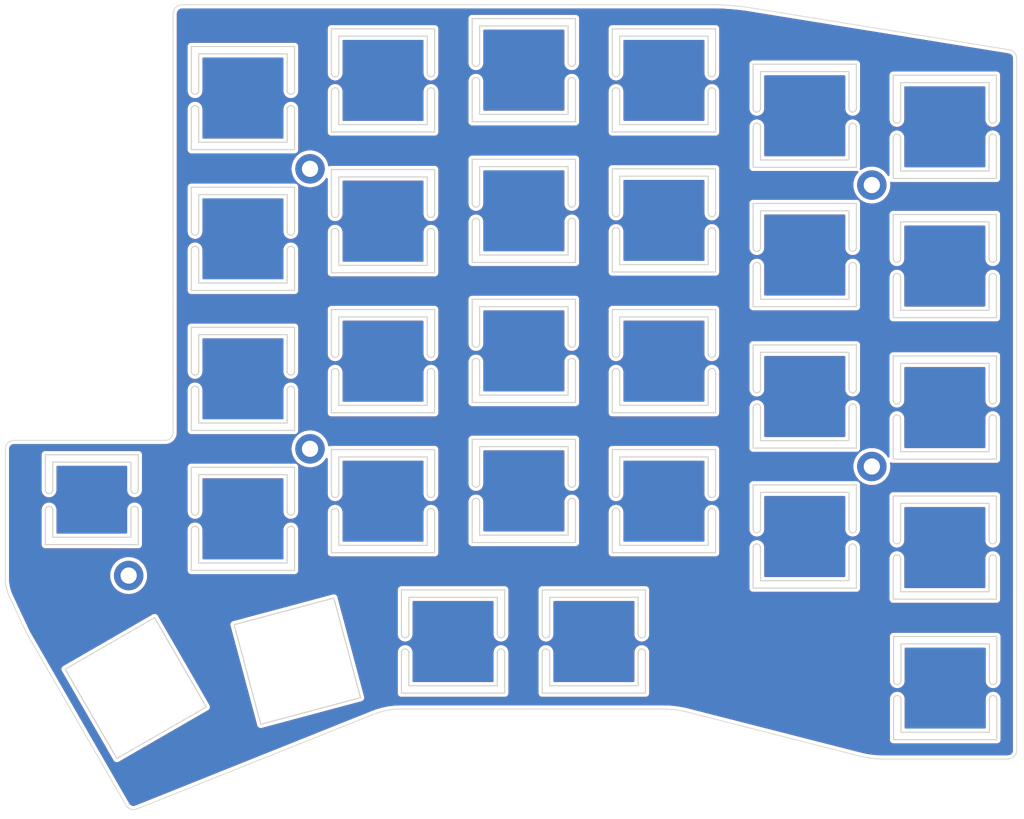
<source format=kicad_pcb>
(kicad_pcb (version 20211014) (generator pcbnew)
  (layers (0 "F.Cu" signal) (31 "B.Cu" signal) (34 "B.Paste" user) (35 "F.Paste" user) (36 "B.SilkS" user "B.Silkscreen") (37 "F.SilkS" user "F.Silkscreen") (38 "B.Mask" user) (39 "F.Mask" user) (44 "Edge.Cuts" user))
  (net 0 "")
  (footprint "" (layer "F.Cu") (at 205.30625 102.985716)
    (fp_text reference "" (at 0 0) (layer "F.SilkS") (effects (font (size 1.27 1.27))))
    (fp_text value "" (at 0 0) (layer "F.SilkS") (effects (font (size 1.27 1.27))))
    (pad "" thru_hole circle locked (at 0 0) (size 4 4) (drill 2.2) (layers *.Cu *.Mask "Dwgs.User"))
  )
  (footprint "" (layer "F.Cu") (at 205.30625 64.785716)
    (fp_text reference "" (at 0 0) (layer "F.SilkS") (effects (font (size 1.27 1.27))))
    (fp_text value "" (at 0 0) (layer "F.SilkS") (effects (font (size 1.27 1.27))))
    (pad "" thru_hole circle locked (at 0 0) (size 4 4) (drill 2.2) (layers *.Cu *.Mask "Dwgs.User"))
  )
  (footprint "" (layer "F.Cu") (at 129.10625 62.585716)
    (fp_text reference "" (at 0 0) (layer "F.SilkS") (effects (font (size 1.27 1.27))))
    (fp_text value "" (at 0 0) (layer "F.SilkS") (effects (font (size 1.27 1.27))))
    (pad "" thru_hole circle locked (at 0 0) (size 4 4) (drill 2.2) (layers *.Cu *.Mask "Dwgs.User"))
  )
  (footprint "" (layer "F.Cu") (at 129.10625 100.585716)
    (fp_text reference "" (at 0 0) (layer "F.SilkS") (effects (font (size 1.27 1.27))))
    (fp_text value "" (at 0 0) (layer "F.SilkS") (effects (font (size 1.27 1.27))))
    (pad "" thru_hole circle locked (at 0 0) (size 4 4) (drill 2.2) (layers *.Cu *.Mask "Dwgs.User"))
  )
  (footprint "" (layer "F.Cu") (at 104.50625 117.785716)
    (fp_text reference "" (at 0 0) (layer "F.SilkS") (effects (font (size 1.27 1.27))))
    (fp_text value "" (at 0 0) (layer "F.SilkS") (effects (font (size 1.27 1.27))))
    (pad "" thru_hole circle locked (at 0 0) (size 4 4) (drill 2.2) (layers *.Cu *.Mask "Dwgs.User"))
  )
  (gr_line (start 104.27732 149.154046) (end 104.155636 148.981646) (layer "Edge.Cuts") (width 0.1))
  (gr_line (start 132.00625 100.685716) (end 146.00625 100.685716) (layer "Edge.Cuts") (width 0.15))
  (gr_line (start 88.12071 99.770721) (end 88.291409 99.630085) (layer "Edge.Cuts") (width 0.1))
  (gr_arc (start 132.00625 90.185716) (mid 132.50625 89.685716) (end 133.00625 90.185716) (layer "Edge.Cuts") (width 0.15))
  (gr_line (start 223.63585 142.685716) (end 223.40725 142.685716) (layer "Edge.Cuts") (width 0.1))
  (gr_line (start 188.416671 40.665492) (end 223.981691 46.430862) (layer "Edge.Cuts") (width 0.1))
  (gr_line (start 114.00625 111.585716) (end 114.00625 116.085716) (layer "Edge.Cuts") (width 0.15))
  (gr_line (start 165.10625 88.795716) (end 165.10625 94.295716) (layer "Edge.Cuts") (width 0.15))
  (gr_line (start 222.20625 77.285716) (end 222.20625 82.785716) (layer "Edge.Cuts") (width 0.15))
  (gr_arc (start 209.25385 132.059117) (mid 208.75385 132.559117) (end 208.25385 132.059117) (layer "Edge.Cuts") (width 0.15))
  (gr_line (start 132.00625 68.685716) (end 132.00625 62.685716) (layer "Edge.Cuts") (width 0.15))
  (gr_line (start 127.00625 65.085716) (end 127.00625 71.085716) (layer "Edge.Cuts") (width 0.15))
  (gr_line (start 184.10625 52.085716) (end 184.10625 57.585716) (layer "Edge.Cuts") (width 0.15))
  (gr_line (start 222.20625 49.885716) (end 222.20625 55.885716) (layer "Edge.Cuts") (width 0.15))
  (gr_line (start 171.10625 94.685716) (end 183.10625 94.685716) (layer "Edge.Cuts") (width 0.15))
  (gr_line (start 146.00625 100.685716) (end 146.00625 106.685716) (layer "Edge.Cuts") (width 0.15))
  (gr_line (start 114.00625 85.085716) (end 126.00625 85.085716) (layer "Edge.Cuts") (width 0.15))
  (gr_line (start 146.00625 62.685716) (end 146.00625 68.685716) (layer "Edge.Cuts") (width 0.15))
  (gr_line (start 152.10625 50.695716) (end 152.10625 55.195716) (layer "Edge.Cuts") (width 0.15))
  (gr_line (start 133.00625 63.685716) (end 145.00625 63.685716) (layer "Edge.Cuts") (width 0.15))
  (gr_line (start 171.10625 56.585716) (end 183.10625 56.585716) (layer "Edge.Cuts") (width 0.15))
  (gr_line (start 126.00625 104.085716) (end 126.00625 109.085716) (layer "Edge.Cuts") (width 0.15))
  (gr_line (start 170.10625 57.585716) (end 170.10625 52.085716) (layer "Edge.Cuts") (width 0.15))
  (gr_arc (start 114.00625 51.985716) (mid 113.50625 52.485716) (end 113.00625 51.985716) (layer "Edge.Cuts") (width 0.15))
  (gr_line (start 222.20625 63.885716) (end 208.20625 63.885716) (layer "Edge.Cuts") (width 0.15))
  (gr_line (start 171.10625 87.685716) (end 171.10625 82.685716) (layer "Edge.Cuts") (width 0.15))
  (gr_line (start 190.20625 99.485716) (end 202.20625 99.485716) (layer "Edge.Cuts") (width 0.15))
  (gr_line (start 152.10625 43.195716) (end 164.10625 43.195716) (layer "Edge.Cuts") (width 0.15))
  (gr_line (start 110.508949 98.568875) (end 110.529799 98.358113) (layer "Edge.Cuts") (width 0.1))
  (gr_line (start 203.20625 67.285716) (end 203.20625 73.285716) (layer "Edge.Cuts") (width 0.15))
  (gr_arc (start 141.50625 128.235716) (mid 142.00625 127.735716) (end 142.50625 128.235716) (layer "Edge.Cuts") (width 0.15))
  (gr_line (start 127.00625 79.085716) (end 113.00625 79.085716) (layer "Edge.Cuts") (width 0.15))
  (gr_line (start 110.626999 41.066564) (end 110.74104 40.856459) (layer "Edge.Cuts") (width 0.1))
  (gr_line (start 113.00625 51.985716) (end 113.00625 45.985716) (layer "Edge.Cuts") (width 0.15))
  (gr_arc (start 183.10625 109.185716) (mid 183.60625 108.685716) (end 184.10625 109.185716) (layer "Edge.Cuts") (width 0.15))
  (gr_line (start 88.20635 120.354829) (end 88.094577 120.054585) (layer "Edge.Cuts") (width 0.1))
  (gr_line (start 133.00625 56.585716) (end 145.00625 56.585716) (layer "Edge.Cuts") (width 0.15))
  (gr_line (start 138.58139 136.315597) (end 138.11748 136.463817) (layer "Edge.Cuts") (width 0.1))
  (gr_line (start 223.981691 46.430862) (end 224.183361 46.482492) (layer "Edge.Cuts") (width 0.1))
  (gr_poly (pts (xy 118.813036 124.455969) (xy 132.331554 120.833693) (xy 135.95383 134.352211) (xy 122.435312 137.974487)) (layer "Edge.Cuts") (width 0.15) (fill none))
  (gr_line (start 209.25385 132.059117) (end 209.25385 127.059117) (layer "Edge.Cuts") (width 0.15))
  (gr_line (start 209.20625 88.985716) (end 221.20625 88.985716) (layer "Edge.Cuts") (width 0.15))
  (gr_line (start 152.10625 55.195716) (end 164.10625 55.195716) (layer "Edge.Cuts") (width 0.15))
  (gr_line (start 146.00625 71.185716) (end 146.00625 76.685716) (layer "Edge.Cuts") (width 0.15))
  (gr_line (start 127.00625 73.585716) (end 127.00625 79.085716) (layer "Edge.Cuts") (width 0.15))
  (gr_line (start 209.25385 127.059117) (end 221.25385 127.059117) (layer "Edge.Cuts") (width 0.15))
  (gr_line (start 164.10625 74.285716) (end 164.10625 69.785716) (layer "Edge.Cuts") (width 0.15))
  (gr_line (start 138.11748 136.463817) (end 137.660378 136.634267) (layer "Edge.Cuts") (width 0.1))
  (gr_line (start 209.20625 62.885716) (end 221.20625 62.885716) (layer "Edge.Cuts") (width 0.15))
  (gr_line (start 145.00625 56.585716) (end 145.00625 52.085716) (layer "Edge.Cuts") (width 0.15))
  (gr_line (start 160.60625 119.735716) (end 174.60625 119.735716) (layer "Edge.Cuts") (width 0.15))
  (gr_line (start 202.20625 68.285716) (end 202.20625 73.285716) (layer "Edge.Cuts") (width 0.15))
  (gr_line (start 222.20625 120.985716) (end 208.20625 120.985716) (layer "Edge.Cuts") (width 0.15))
  (gr_arc (start 165.10625 67.285716) (mid 164.60625 67.785716) (end 164.10625 67.285716) (layer "Edge.Cuts") (width 0.15))
  (gr_line (start 222.20625 96.485716) (end 222.20625 101.985716) (layer "Edge.Cuts") (width 0.15))
  (gr_line (start 202.20625 61.385716) (end 202.20625 56.885716) (layer "Edge.Cuts") (width 0.15))
  (gr_line (start 221.20625 100.985716) (end 221.20625 96.485716) (layer "Edge.Cuts") (width 0.15))
  (gr_line (start 190.20625 49.385716) (end 202.20625 49.385716) (layer "Edge.Cuts") (width 0.15))
  (gr_line (start 222.25385 126.059117) (end 222.25385 132.059117) (layer "Edge.Cuts") (width 0.15))
  (gr_line (start 189.20625 48.385716) (end 203.20625 48.385716) (layer "Edge.Cuts") (width 0.15))
  (gr_line (start 171.10625 44.585716) (end 183.10625 44.585716) (layer "Edge.Cuts") (width 0.15))
  (gr_line (start 145.00625 113.685716) (end 145.00625 109.185716) (layer "Edge.Cuts") (width 0.15))
  (gr_line (start 171.10625 82.685716) (end 183.10625 82.685716) (layer "Edge.Cuts") (width 0.15))
  (gr_arc (start 127.00625 51.985716) (mid 126.50625 52.485716) (end 126.00625 51.985716) (layer "Edge.Cuts") (width 0.15))
  (gr_line (start 164.10625 81.295716) (end 164.10625 86.295716) (layer "Edge.Cuts") (width 0.15))
  (gr_line (start 132.00625 76.685716) (end 132.00625 71.185716) (layer "Edge.Cuts") (width 0.15))
  (gr_line (start 145.00625 82.685716) (end 145.00625 87.685716) (layer "Edge.Cuts") (width 0.15))
  (gr_arc (start 132.00625 109.185716) (mid 132.50625 108.685716) (end 133.00625 109.185716) (layer "Edge.Cuts") (width 0.15))
  (gr_line (start 87.782103 100.58542) (end 87.805867 100.353166) (layer "Edge.Cuts") (width 0.1))
  (gr_line (start 155.50625 128.235716) (end 155.50625 133.735716) (layer "Edge.Cuts") (width 0.15))
  (gr_line (start 127.00625 98.085716) (end 113.00625 98.085716) (layer "Edge.Cuts") (width 0.15))
  (gr_arc (start 113.00625 111.585716) (mid 113.50625 111.085716) (end 114.00625 111.585716) (layer "Edge.Cuts") (width 0.15))
  (gr_line (start 139.051298 136.189737) (end 138.58139 136.315597) (layer "Edge.Cuts") (width 0.1))
  (gr_line (start 133.00625 106.685716) (end 133.00625 101.685716) (layer "Edge.Cuts") (width 0.15))
  (gr_line (start 87.805867 100.353166) (end 87.873309 100.136884) (layer "Edge.Cuts") (width 0.1))
  (gr_line (start 203.20625 105.485716) (end 203.20625 111.485716) (layer "Edge.Cuts") (width 0.15))
  (gr_line (start 113.00625 84.085716) (end 127.00625 84.085716) (layer "Edge.Cuts") (width 0.15))
  (gr_line (start 170.10625 81.685716) (end 184.10625 81.685716) (layer "Edge.Cuts") (width 0.15))
  (gr_arc (start 114.00625 109.085716) (mid 113.50625 109.585716) (end 113.00625 109.085716) (layer "Edge.Cuts") (width 0.15))
  (gr_arc (start 152.10625 48.195716) (mid 151.60625 48.695716) (end 151.10625 48.195716) (layer "Edge.Cuts") (width 0.15))
  (gr_poly (pts (xy 95.904072 130.493538) (xy 108.024444 123.495838) (xy 115.022143 135.61621) (xy 102.901772 142.61391)) (layer "Edge.Cuts") (width 0.15) (fill none))
  (gr_line (start 170.10625 114.685716) (end 170.10625 109.185716) (layer "Edge.Cuts") (width 0.15))
  (gr_line (start 165.10625 56.195716) (end 151.10625 56.195716) (layer "Edge.Cuts") (width 0.15))
  (gr_line (start 113.00625 109.085716) (end 113.00625 103.085716) (layer "Edge.Cuts") (width 0.15))
  (gr_line (start 170.10625 68.585716) (end 170.10625 62.585716) (layer "Edge.Cuts") (width 0.15))
  (gr_line (start 110.349139 98.954696) (end 110.447949 98.769616) (layer "Edge.Cuts") (width 0.1))
  (gr_line (start 209.20625 107.985716) (end 221.20625 107.985716) (layer "Edge.Cuts") (width 0.15))
  (gr_line (start 109.454494 99.433418) (end 109.665256 99.412568) (layer "Edge.Cuts") (width 0.1))
  (gr_arc (start 222.20625 55.885716) (mid 221.70625 56.385716) (end 221.20625 55.885716) (layer "Edge.Cuts") (width 0.15))
  (gr_line (start 94.20625 106.148216) (end 94.20625 102.385716) (layer "Edge.Cuts") (width 0.15))
  (gr_arc (start 189.20625 113.985716) (mid 189.70625 113.485716) (end 190.20625 113.985716) (layer "Edge.Cuts") (width 0.15))
  (gr_line (start 133.00625 82.685716) (end 145.00625 82.685716) (layer "Edge.Cuts") (width 0.15))
  (gr_line (start 224.930131 141.738282) (end 224.869731 141.944551) (layer "Edge.Cuts") (width 0.1))
  (gr_line (start 209.20625 74.785716) (end 209.20625 69.785716) (layer "Edge.Cuts") (width 0.15))
  (gr_line (start 184.017057 40.311201) (end 185.050631 40.339041) (layer "Edge.Cuts") (width 0.1))
  (gr_line (start 190.20625 106.485716) (end 202.20625 106.485716) (layer "Edge.Cuts") (width 0.15))
  (gr_line (start 152.10625 62.285716) (end 164.10625 62.285716) (layer "Edge.Cuts") (width 0.15))
  (gr_arc (start 190.20625 92.485716) (mid 189.70625 92.985716) (end 189.20625 92.485716) (layer "Edge.Cuts") (width 0.15))
  (gr_arc (start 146.00625 87.685716) (mid 145.50625 88.185716) (end 145.00625 87.685716) (layer "Edge.Cuts") (width 0.15))
  (gr_line (start 104.80625 112.585716) (end 104.80625 108.879466) (layer "Edge.Cuts") (width 0.15))
  (gr_line (start 165.10625 42.195716) (end 165.10625 48.195716) (layer "Edge.Cuts") (width 0.15))
  (gr_line (start 110.447949 98.769616) (end 110.508949 98.568875) (layer "Edge.Cuts") (width 0.1))
  (gr_line (start 171.10625 113.685716) (end 183.10625 113.685716) (layer "Edge.Cuts") (width 0.15))
  (gr_line (start 152.10625 67.285716) (end 152.10625 62.285716) (layer "Edge.Cuts") (width 0.15))
  (gr_arc (start 202.20625 56.885716) (mid 202.70625 56.385716) (end 203.20625 56.885716) (layer "Edge.Cuts") (width 0.15))
  (gr_line (start 173.60625 132.735716) (end 173.60625 128.235716) (layer "Edge.Cuts") (width 0.15))
  (gr_arc (start 142.50625 125.735716) (mid 142.00625 126.235716) (end 141.50625 125.735716) (layer "Edge.Cuts") (width 0.15))
  (gr_arc (start 189.20625 94.985716) (mid 189.70625 94.485716) (end 190.20625 94.985716) (layer "Edge.Cuts") (width 0.15))
  (gr_line (start 88.334729 120.649146) (end 88.20635 120.354829) (layer "Edge.Cuts") (width 0.1))
  (gr_line (start 133.00625 44.585716) (end 145.00625 44.585716) (layer "Edge.Cuts") (width 0.15))
  (gr_line (start 179.749241 136.189428) (end 179.283569 136.101728) (layer "Edge.Cuts") (width 0.1))
  (gr_line (start 222.20625 106.985716) (end 222.20625 112.985716) (layer "Edge.Cuts") (width 0.15))
  (gr_line (start 161.60625 120.735716) (end 173.60625 120.735716) (layer "Edge.Cuts") (width 0.15))
  (gr_line (start 152.10625 105.295716) (end 152.10625 100.295716) (layer "Edge.Cuts") (width 0.15))
  (gr_line (start 126.00625 78.085716) (end 126.00625 73.585716) (layer "Edge.Cuts") (width 0.15))
  (gr_line (start 164.10625 112.295716) (end 164.10625 107.795716) (layer "Edge.Cuts") (width 0.15))
  (gr_line (start 126.00625 66.085716) (end 126.00625 71.085716) (layer "Edge.Cuts") (width 0.15))
  (gr_arc (start 209.20625 55.885716) (mid 208.70625 56.385716) (end 208.20625 55.885716) (layer "Edge.Cuts") (width 0.15))
  (gr_line (start 111.517418 40.336251) (end 111.766697 40.311121) (layer "Edge.Cuts") (width 0.1))
  (gr_line (start 133.00625 113.685716) (end 145.00625 113.685716) (layer "Edge.Cuts") (width 0.15))
  (gr_line (start 137.660378 136.634267) (end 105.581452 149.475196) (layer "Edge.Cuts") (width 0.1))
  (gr_arc (start 222.20625 74.785716) (mid 221.70625 75.285716) (end 221.20625 74.785716) (layer "Edge.Cuts") (width 0.15))
  (gr_arc (start 126.00625 92.585716) (mid 126.50625 92.085716) (end 127.00625 92.585716) (layer "Edge.Cuts") (width 0.15))
  (gr_arc (start 161.60625 125.735716) (mid 161.10625 126.235716) (end 160.60625 125.735716) (layer "Edge.Cuts") (width 0.15))
  (gr_line (start 114.00625 90.085716) (end 114.00625 85.085716) (layer "Edge.Cuts") (width 0.15))
  (gr_line (start 223.40725 142.685716) (end 206.70675 142.685716) (layer "Edge.Cuts") (width 0.1))
  (gr_line (start 208.20625 120.985716) (end 208.20625 115.485716) (layer "Edge.Cuts") (width 0.15))
  (gr_line (start 88.487268 99.523908) (end 88.703658 99.456808) (layer "Edge.Cuts") (width 0.1))
  (gr_line (start 152.10625 86.295716) (end 152.10625 81.295716) (layer "Edge.Cuts") (width 0.15))
  (gr_line (start 190.20625 54.385716) (end 190.20625 49.385716) (layer "Edge.Cuts") (width 0.15))
  (gr_line (start 203.20625 56.885716) (end 203.20625 62.385716) (layer "Edge.Cuts") (width 0.15))
  (gr_line (start 110.051077 99.252758) (end 110.214853 99.118472) (layer "Edge.Cuts") (width 0.1))
  (gr_line (start 208.25385 126.059117) (end 222.25385 126.059117) (layer "Edge.Cuts") (width 0.15))
  (gr_arc (start 164.10625 88.795716) (mid 164.60625 88.295716) (end 165.10625 88.795716) (layer "Edge.Cuts") (width 0.15))
  (gr_line (start 132.00625 106.685716) (end 132.00625 100.685716) (layer "Edge.Cuts") (width 0.15))
  (gr_line (start 208.20625 101.985716) (end 208.20625 96.485716) (layer "Edge.Cuts") (width 0.15))
  (gr_arc (start 127.00625 109.085716) (mid 126.50625 109.585716) (end 126.00625 109.085716) (layer "Edge.Cuts") (width 0.15))
  (gr_line (start 105.174558 149.557696) (end 104.972098 149.543396) (layer "Edge.Cuts") (width 0.1))
  (gr_line (start 151.10625 99.295716) (end 165.10625 99.295716) (layer "Edge.Cuts") (width 0.15))
  (gr_line (start 190.20625 75.785716) (end 190.20625 80.285716) (layer "Edge.Cuts") (width 0.15))
  (gr_line (start 105.379226 149.535496) (end 105.174558 149.557696) (layer "Edge.Cuts") (width 0.1))
  (gr_line (start 110.529799 41.548022) (end 110.554929 41.298743) (layer "Edge.Cuts") (width 0.1))
  (gr_line (start 203.515701 142.252116) (end 180.671259 136.412196) (layer "Edge.Cuts") (width 0.1))
  (gr_line (start 161.60625 128.235716) (end 161.60625 132.735716) (layer "Edge.Cuts") (width 0.15))
  (gr_arc (start 133.00625 87.685716) (mid 132.50625 88.185716) (end 132.00625 87.685716) (layer "Edge.Cuts") (width 0.15))
  (gr_line (start 93.20625 101.385716) (end 105.80625 101.385716) (layer "Edge.Cuts") (width 0.15))
  (gr_line (start 203.20625 94.985716) (end 203.20625 100.485716) (layer "Edge.Cuts") (width 0.15))
  (gr_line (start 151.10625 56.195716) (end 151.10625 50.695716) (layer "Edge.Cuts") (width 0.15))
  (gr_line (start 164.10625 93.295716) (end 164.10625 88.795716) (layer "Edge.Cuts") (width 0.15))
  (gr_line (start 132.00625 81.685716) (end 146.00625 81.685716) (layer "Edge.Cuts") (width 0.15))
  (gr_line (start 203.20625 81.285716) (end 189.20625 81.285716) (layer "Edge.Cuts") (width 0.15))
  (gr_line (start 113.00625 45.985716) (end 127.00625 45.985716) (layer "Edge.Cuts") (width 0.15))
  (gr_line (start 221.20625 119.985716) (end 221.20625 115.485716) (layer "Edge.Cuts") (width 0.15))
  (gr_arc (start 171.10625 87.685716) (mid 170.60625 88.185716) (end 170.10625 87.685716) (layer "Edge.Cuts") (width 0.15))
  (gr_line (start 133.00625 49.585716) (end 133.00625 44.585716) (layer "Edge.Cuts") (width 0.15))
  (gr_line (start 184.10625 109.185716) (end 184.10625 114.685716) (layer "Edge.Cuts") (width 0.15))
  (gr_arc (start 203.20625 111.485716) (mid 202.70625 111.985716) (end 202.20625 111.485716) (layer "Edge.Cuts") (width 0.15))
  (gr_line (start 132.00625 57.585716) (end 132.00625 52.085716) (layer "Edge.Cuts") (width 0.15))
  (gr_line (start 127.00625 59.985716) (end 113.00625 59.985716) (layer "Edge.Cuts") (width 0.15))
  (gr_line (start 104.972098 149.543396) (end 104.776496 149.494296) (layer "Edge.Cuts") (width 0.1))
  (gr_arc (start 170.10625 109.185716) (mid 170.60625 108.685716) (end 171.10625 109.185716) (layer "Edge.Cuts") (width 0.15))
  (gr_arc (start 145.00625 71.185716) (mid 145.50625 70.685716) (end 146.00625 71.185716) (layer "Edge.Cuts") (width 0.15))
  (gr_line (start 126.00625 46.985716) (end 126.00625 51.985716) (layer "Edge.Cuts") (width 0.15))
  (gr_line (start 190.20625 111.485716) (end 190.20625 106.485716) (layer "Edge.Cuts") (width 0.15))
  (gr_line (start 113.00625 59.985716) (end 113.00625 54.485716) (layer "Edge.Cuts") (width 0.15))
  (gr_line (start 222.25385 134.559117) (end 222.25385 140.059117) (layer "Edge.Cuts") (width 0.15))
  (gr_line (start 165.10625 80.295716) (end 165.10625 86.295716) (layer "Edge.Cuts") (width 0.15))
  (gr_line (start 165.10625 113.295716) (end 151.10625 113.295716) (layer "Edge.Cuts") (width 0.15))
  (gr_arc (start 221.20625 115.485716) (mid 221.70625 114.985716) (end 222.20625 115.485716) (layer "Edge.Cuts") (width 0.15))
  (gr_line (start 109.865997 99.351568) (end 110.051077 99.252758) (layer "Edge.Cuts") (width 0.1))
  (gr_line (start 187.391981 40.527586) (end 188.416671 40.665492) (layer "Edge.Cuts") (width 0.1))
  (gr_line (start 146.00625 109.185716) (end 146.00625 114.685716) (layer "Edge.Cuts") (width 0.15))
  (gr_line (start 189.20625 54.385716) (end 189.20625 48.385716) (layer "Edge.Cuts") (width 0.15))
  (gr_line (start 209.20625 119.985716) (end 221.20625 119.985716) (layer "Edge.Cuts") (width 0.15))
  (gr_line (start 190.20625 94.985716) (end 190.20625 99.485716) (layer "Edge.Cuts") (width 0.15))
  (gr_line (start 151.10625 86.295716) (end 151.10625 80.295716) (layer "Edge.Cuts") (width 0.15))
  (gr_line (start 151.10625 42.195716) (end 165.10625 42.195716) (layer "Edge.Cuts") (width 0.15))
  (gr_line (start 139.526391 136.086418) (end 139.051298 136.189737) (layer "Edge.Cuts") (width 0.1))
  (gr_line (start 114.00625 58.985716) (end 126.00625 58.985716) (layer "Edge.Cuts") (width 0.15))
  (gr_line (start 221.25385 139.059117) (end 221.25385 134.559117) (layer "Edge.Cuts") (width 0.15))
  (gr_line (start 109.665256 99.412568) (end 109.865997 99.351568) (layer "Edge.Cuts") (width 0.1))
  (gr_line (start 142.50625 132.735716) (end 154.50625 132.735716) (layer "Edge.Cuts") (width 0.15))
  (gr_line (start 184.10625 114.685716) (end 170.10625 114.685716) (layer "Edge.Cuts") (width 0.15))
  (gr_line (start 140.005856 136.005818) (end 139.526391 136.086418) (layer "Edge.Cuts") (width 0.1))
  (gr_line (start 165.10625 94.295716) (end 151.10625 94.295716) (layer "Edge.Cuts") (width 0.15))
  (gr_line (start 93.20625 113.585716) (end 93.20625 108.879466) (layer "Edge.Cuts") (width 0.15))
  (gr_arc (start 189.20625 75.785716) (mid 189.70625 75.285716) (end 190.20625 75.785716) (layer "Edge.Cuts") (width 0.15))
  (gr_arc (start 164.10625 50.695716) (mid 164.60625 50.195716) (end 165.10625 50.695716) (layer "Edge.Cuts") (width 0.15))
  (gr_line (start 113.00625 103.085716) (end 127.00625 103.085716) (layer "Edge.Cuts") (width 0.15))
  (gr_line (start 164.10625 100.295716) (end 164.10625 105.295716) (layer "Edge.Cuts") (width 0.15))
  (gr_line (start 146.00625 43.585716) (end 146.00625 49.585716) (layer "Edge.Cuts") (width 0.15))
  (gr_arc (start 184.10625 68.585716) (mid 183.60625 69.085716) (end 183.10625 68.585716) (layer "Edge.Cuts") (width 0.15))
  (gr_line (start 221.20625 107.985716) (end 221.20625 112.985716) (layer "Edge.Cuts") (width 0.15))
  (gr_line (start 224.876531 47.164388) (end 224.930631 47.360287) (layer "Edge.Cuts") (width 0.1))
  (gr_line (start 142.50625 128.235716) (end 142.50625 132.735716) (layer "Edge.Cuts") (width 0.15))
  (gr_line (start 104.155636 148.981646) (end 90.681185 125.639124) (layer "Edge.Cuts") (width 0.1))
  (gr_line (start 114.00625 51.985716) (end 114.00625 46.985716) (layer "Edge.Cuts") (width 0.15))
  (gr_arc (start 126.00625 54.485716) (mid 126.50625 53.985716) (end 127.00625 54.485716) (layer "Edge.Cuts") (width 0.15))
  (gr_line (start 160.60625 133.735716) (end 160.60625 128.235716) (layer "Edge.Cuts") (width 0.15))
  (gr_line (start 127.00625 54.485716) (end 127.00625 59.985716) (layer "Edge.Cuts") (width 0.15))
  (gr_line (start 151.10625 94.295716) (end 151.10625 88.795716) (layer "Edge.Cuts") (width 0.15))
  (gr_line (start 87.873309 100.136884) (end 87.9798 99.941195) (layer "Edge.Cuts") (width 0.1))
  (gr_line (start 170.10625 43.585716) (end 184.10625 43.585716) (layer "Edge.Cuts") (width 0.15))
  (gr_line (start 209.25385 139.059117) (end 221.25385 139.059117) (layer "Edge.Cuts") (width 0.15))
  (gr_arc (start 104.80625 108.879466) (mid 105.30625 108.379466) (end 105.80625 108.879466) (layer "Edge.Cuts") (width 0.15))
  (gr_line (start 208.20625 63.885716) (end 208.20625 58.385716) (layer "Edge.Cuts") (width 0.15))
  (gr_line (start 154.50625 120.735716) (end 154.50625 125.735716) (layer "Edge.Cuts") (width 0.15))
  (gr_line (start 160.60625 125.735716) (end 160.60625 119.735716) (layer "Edge.Cuts") (width 0.15))
  (gr_line (start 184.10625 76.585716) (end 170.10625 76.585716) (layer "Edge.Cuts") (width 0.15))
  (gr_line (start 190.20625 73.285716) (end 190.20625 68.285716) (layer "Edge.Cuts") (width 0.15))
  (gr_line (start 202.20625 80.285716) (end 202.20625 75.785716) (layer "Edge.Cuts") (width 0.15))
  (gr_line (start 94.20625 112.585716) (end 104.80625 112.585716) (layer "Edge.Cuts") (width 0.15))
  (gr_line (start 151.10625 105.295716) (end 151.10625 99.295716) (layer "Edge.Cuts") (width 0.15))
  (gr_arc (start 165.10625 48.195716) (mid 164.60625 48.695716) (end 164.10625 48.195716) (layer "Edge.Cuts") (width 0.15))
  (gr_line (start 171.10625 109.185716) (end 171.10625 113.685716) (layer "Edge.Cuts") (width 0.15))
  (gr_line (start 90.681185 125.639124) (end 90.636035 125.552624) (layer "Edge.Cuts") (width 0.1))
  (gr_arc (start 105.80625 106.148216) (mid 105.30625 106.648216) (end 104.80625 106.148216) (layer "Edge.Cuts") (width 0.15))
  (gr_line (start 87.921477 119.439145) (end 87.860467 119.12536) (layer "Edge.Cuts") (width 0.1))
  (gr_arc (start 171.10625 106.685716) (mid 170.60625 107.185716) (end 170.10625 106.685716) (layer "Edge.Cuts") (width 0.15))
  (gr_line (start 224.532871 46.681316) (end 224.674571 46.821298) (layer "Edge.Cuts") (width 0.1))
  (gr_line (start 190.20625 118.485716) (end 202.20625 118.485716) (layer "Edge.Cuts") (width 0.15))
  (gr_line (start 173.60625 120.735716) (end 173.60625 125.735716) (layer "Edge.Cuts") (width 0.15))
  (gr_arc (start 222.25385 132.059117) (mid 221.75385 132.559117) (end 221.25385 132.059117) (layer "Edge.Cuts") (width 0.15))
  (gr_line (start 204.30335 142.442416) (end 203.515701 142.252116) (layer "Edge.Cuts") (width 0.1))
  (gr_line (start 184.10625 90.185716) (end 184.10625 95.685716) (layer "Edge.Cuts") (width 0.15))
  (gr_line (start 171.10625 106.685716) (end 171.10625 101.685716) (layer "Edge.Cuts") (width 0.15))
  (gr_line (start 126.00625 58.985716) (end 126.00625 54.485716) (layer "Edge.Cuts") (width 0.15))
  (gr_line (start 180.671259 136.412196) (end 180.211939 136.292956) (layer "Edge.Cuts") (width 0.1))
  (gr_line (start 224.183361 46.482492) (end 224.368121 46.567182) (layer "Edge.Cuts") (width 0.1))
  (gr_line (start 184.10625 95.685716) (end 170.10625 95.685716) (layer "Edge.Cuts") (width 0.15))
  (gr_arc (start 113.00625 73.585716) (mid 113.50625 73.085716) (end 114.00625 73.585716) (layer "Edge.Cuts") (width 0.15))
  (gr_arc (start 221.20625 96.485716) (mid 221.70625 95.985716) (end 222.20625 96.485716) (layer "Edge.Cuts") (width 0.15))
  (gr_arc (start 164.10625 107.795716) (mid 164.60625 107.295716) (end 165.10625 107.795716) (layer "Edge.Cuts") (width 0.15))
  (gr_line (start 190.20625 68.285716) (end 202.20625 68.285716) (layer "Edge.Cuts") (width 0.15))
  (gr_line (start 171.10625 71.085716) (end 171.10625 75.585716) (layer "Edge.Cuts") (width 0.15))
  (gr_line (start 127.00625 111.585716) (end 127.00625 117.085716) (layer "Edge.Cuts") (width 0.15))
  (gr_line (start 146.00625 114.685716) (end 132.00625 114.685716) (layer "Edge.Cuts") (width 0.15))
  (gr_line (start 170.10625 95.685716) (end 170.10625 90.185716) (layer "Edge.Cuts") (width 0.15))
  (gr_line (start 146.00625 81.685716) (end 146.00625 87.685716) (layer "Edge.Cuts") (width 0.15))
  (gr_line (start 152.10625 74.285716) (end 164.10625 74.285716) (layer "Edge.Cuts") (width 0.15))
  (gr_line (start 203.20625 119.485716) (end 189.20625 119.485716) (layer "Edge.Cuts") (width 0.15))
  (gr_arc (start 208.20625 77.285716) (mid 208.70625 76.785716) (end 209.20625 77.285716) (layer "Edge.Cuts") (width 0.15))
  (gr_line (start 152.10625 93.295716) (end 164.10625 93.295716) (layer "Edge.Cuts") (width 0.15))
  (gr_line (start 224.108851 142.62862) (end 223.891441 142.66722) (layer "Edge.Cuts") (width 0.1))
  (gr_line (start 164.10625 43.195716) (end 164.10625 48.195716) (layer "Edge.Cuts") (width 0.15))
  (gr_line (start 152.10625 48.195716) (end 152.10625 43.195716) (layer "Edge.Cuts") (width 0.15))
  (gr_line (start 224.930631 47.360287) (end 224.949431 47.567618) (layer "Edge.Cuts") (width 0.1))
  (gr_line (start 151.10625 61.285716) (end 165.10625 61.285716) (layer "Edge.Cuts") (width 0.15))
  (gr_line (start 132.00625 87.685716) (end 132.00625 81.685716) (layer "Edge.Cuts") (width 0.15))
  (gr_line (start 224.869731 141.944551) (end 224.773731 142.133151) (layer "Edge.Cuts") (width 0.1))
  (gr_line (start 165.10625 75.285716) (end 151.10625 75.285716) (layer "Edge.Cuts") (width 0.15))
  (gr_arc (start 146.00625 49.585716) (mid 145.50625 50.085716) (end 145.00625 49.585716) (layer "Edge.Cuts") (width 0.15))
  (gr_line (start 133.00625 94.685716) (end 145.00625 94.685716) (layer "Edge.Cuts") (width 0.15))
  (gr_line (start 177.872753 135.933728) (end 177.399228 135.909628) (layer "Edge.Cuts") (width 0.1))
  (gr_arc (start 152.10625 105.295716) (mid 151.60625 105.795716) (end 151.10625 105.295716) (layer "Edge.Cuts") (width 0.15))
  (gr_line (start 105.80625 113.585716) (end 93.20625 113.585716) (layer "Edge.Cuts") (width 0.15))
  (gr_arc (start 170.10625 90.185716) (mid 170.60625 89.685716) (end 171.10625 90.185716) (layer "Edge.Cuts") (width 0.15))
  (gr_line (start 189.20625 111.485716) (end 189.20625 105.485716) (layer "Edge.Cuts") (width 0.15))
  (gr_line (start 222.20625 82.785716) (end 208.20625 82.785716) (layer "Edge.Cuts") (width 0.15))
  (gr_line (start 209.20625 55.885716) (end 209.20625 50.885716) (layer "Edge.Cuts") (width 0.15))
  (gr_arc (start 151.10625 88.795716) (mid 151.60625 88.295716) (end 152.10625 88.795716) (layer "Edge.Cuts") (width 0.15))
  (gr_line (start 145.00625 75.685716) (end 145.00625 71.185716) (layer "Edge.Cuts") (width 0.15))
  (gr_arc (start 154.50625 128.235716) (mid 155.00625 127.735716) (end 155.50625 128.235716) (layer "Edge.Cuts") (width 0.15))
  (gr_line (start 88.93595 99.433418) (end 109.454494 99.433418) (layer "Edge.Cuts") (width 0.1))
  (gr_line (start 152.10625 69.785716) (end 152.10625 74.285716) (layer "Edge.Cuts") (width 0.15))
  (gr_line (start 222.20625 87.985716) (end 222.20625 93.985716) (layer "Edge.Cuts") (width 0.15))
  (gr_arc (start 170.10625 71.085716) (mid 170.60625 70.585716) (end 171.10625 71.085716) (layer "Edge.Cuts") (width 0.15))
  (gr_line (start 185.050631 40.339041) (end 186.222781 40.414971) (layer "Edge.Cuts") (width 0.1))
  (gr_line (start 165.10625 99.295716) (end 165.10625 105.295716) (layer "Edge.Cuts") (width 0.15))
  (gr_arc (start 203.20625 54.385716) (mid 202.70625 54.885716) (end 202.20625 54.385716) (layer "Edge.Cuts") (width 0.15))
  (gr_line (start 203.20625 100.485716) (end 189.20625 100.485716) (layer "Edge.Cuts") (width 0.15))
  (gr_line (start 146.00625 95.685716) (end 132.00625 95.685716) (layer "Edge.Cuts") (width 0.15))
  (gr_line (start 113.00625 71.085716) (end 113.00625 65.085716) (layer "Edge.Cuts") (width 0.15))
  (gr_line (start 145.00625 101.685716) (end 145.00625 106.685716) (layer "Edge.Cuts") (width 0.15))
  (gr_line (start 174.60625 119.735716) (end 174.60625 125.735716) (layer "Edge.Cuts") (width 0.15))
  (gr_line (start 132.00625 95.685716) (end 132.00625 90.185716) (layer "Edge.Cuts") (width 0.15))
  (gr_line (start 171.10625 90.185716) (end 171.10625 94.685716) (layer "Edge.Cuts") (width 0.15))
  (gr_line (start 171.10625 75.585716) (end 183.10625 75.585716) (layer "Edge.Cuts") (width 0.15))
  (gr_line (start 133.00625 71.185716) (end 133.00625 75.685716) (layer "Edge.Cuts") (width 0.15))
  (gr_line (start 190.20625 113.985716) (end 190.20625 118.485716) (layer "Edge.Cuts") (width 0.15))
  (gr_line (start 209.20625 69.785716) (end 221.20625 69.785716) (layer "Edge.Cuts") (width 0.15))
  (gr_arc (start 133.00625 106.685716) (mid 132.50625 107.185716) (end 132.00625 106.685716) (layer "Edge.Cuts") (width 0.15))
  (gr_line (start 209.20625 112.985716) (end 209.20625 107.985716) (layer "Edge.Cuts") (width 0.15))
  (gr_arc (start 183.10625 90.185716) (mid 183.60625 89.685716) (end 184.10625 90.185716) (layer "Edge.Cuts") (width 0.15))
  (gr_line (start 190.20625 87.485716) (end 202.20625 87.485716) (layer "Edge.Cuts") (width 0.15))
  (gr_arc (start 170.10625 52.085716) (mid 170.60625 51.585716) (end 171.10625 52.085716) (layer "Edge.Cuts") (width 0.15))
  (gr_line (start 165.10625 50.695716) (end 165.10625 56.195716) (layer "Edge.Cuts") (width 0.15))
  (gr_line (start 146.00625 57.585716) (end 132.00625 57.585716) (layer "Edge.Cuts") (width 0.15))
  (gr_line (start 87.860467 119.12536) (end 87.816687 118.808474) (layer "Edge.Cuts") (width 0.1))
  (gr_line (start 202.20625 118.485716) (end 202.20625 113.985716) (layer "Edge.Cuts") (width 0.15))
  (gr_line (start 209.20625 115.485716) (end 209.20625 119.985716) (layer "Edge.Cuts") (width 0.15))
  (gr_line (start 222.20625 68.785716) (end 222.20625 74.785716) (layer "Edge.Cuts") (width 0.15))
  (gr_line (start 208.20625 68.785716) (end 222.20625 68.785716) (layer "Edge.Cuts") (width 0.15))
  (gr_line (start 171.10625 52.085716) (end 171.10625 56.585716) (layer "Edge.Cuts") (width 0.15))
  (gr_line (start 208.20625 112.985716) (end 208.20625 106.985716) (layer "Edge.Cuts") (width 0.15))
  (gr_arc (start 160.60625 128.235716) (mid 161.10625 127.735716) (end 161.60625 128.235716) (layer "Edge.Cuts") (width 0.15))
  (gr_line (start 126.00625 85.085716) (end 126.00625 90.085716) (layer "Edge.Cuts") (width 0.15))
  (gr_line (start 189.20625 73.285716) (end 189.20625 67.285716) (layer "Edge.Cuts") (width 0.15))
  (gr_line (start 133.00625 90.185716) (end 133.00625 94.685716) (layer "Edge.Cuts") (width 0.15))
  (gr_line (start 170.10625 76.585716) (end 170.10625 71.085716) (layer "Edge.Cuts") (width 0.15))
  (gr_line (start 132.00625 114.685716) (end 132.00625 109.185716) (layer "Edge.Cuts") (width 0.15))
  (gr_arc (start 132.00625 71.185716) (mid 132.50625 70.685716) (end 133.00625 71.185716) (layer "Edge.Cuts") (width 0.15))
  (gr_line (start 113.00625 79.085716) (end 113.00625 73.585716) (layer "Edge.Cuts") (width 0.15))
  (gr_arc (start 221.25385 134.559117) (mid 221.75385 134.059117) (end 222.25385 134.559117) (layer "Edge.Cuts") (width 0.15))
  (gr_line (start 190.20625 92.485716) (end 190.20625 87.485716) (layer "Edge.Cuts") (width 0.15))
  (gr_line (start 224.645821 142.299971) (end 224.489841 142.440901) (layer "Edge.Cuts") (width 0.1))
  (gr_arc (start 93.20625 108.879466) (mid 93.70625 108.379466) (end 94.20625 108.879466) (layer "Edge.Cuts") (width 0.15))
  (gr_arc (start 165.10625 105.295716) (mid 164.60625 105.795716) (end 164.10625 105.295716) (layer "Edge.Cuts") (width 0.15))
  (gr_line (start 133.00625 52.085716) (end 133.00625 56.585716) (layer "Edge.Cuts") (width 0.15))
  (gr_line (start 88.094577 120.054585) (end 87.999567 119.749123) (layer "Edge.Cuts") (width 0.1))
  (gr_arc (start 190.20625 111.485716) (mid 189.70625 111.985716) (end 189.20625 111.485716) (layer "Edge.Cuts") (width 0.15))
  (gr_line (start 224.790131 46.983523) (end 224.876531 47.164388) (layer "Edge.Cuts") (width 0.1))
  (gr_arc (start 114.00625 90.085716) (mid 113.50625 90.585716) (end 113.00625 90.085716) (layer "Edge.Cuts") (width 0.15))
  (gr_line (start 114.00625 109.085716) (end 114.00625 104.085716) (layer "Edge.Cuts") (width 0.15))
  (gr_line (start 202.20625 106.485716) (end 202.20625 111.485716) (layer "Edge.Cuts") (width 0.15))
  (gr_line (start 127.00625 45.985716) (end 127.00625 51.985716) (layer "Edge.Cuts") (width 0.15))
  (gr_arc (start 184.10625 49.585716) (mid 183.60625 50.085716) (end 183.10625 49.585716) (layer "Edge.Cuts") (width 0.15))
  (gr_line (start 189.20625 81.285716) (end 189.20625 75.785716) (layer "Edge.Cuts") (width 0.15))
  (gr_arc (start 114.00625 71.085716) (mid 113.50625 71.585716) (end 113.00625 71.085716) (layer "Edge.Cuts") (width 0.15))
  (gr_line (start 222.25385 140.059117) (end 208.25385 140.059117) (layer "Edge.Cuts") (width 0.15))
  (gr_line (start 209.20625 96.485716) (end 209.20625 100.985716) (layer "Edge.Cuts") (width 0.15))
  (gr_line (start 87.790307 118.489188) (end 87.781507 118.168211) (layer "Edge.Cuts") (width 0.1))
  (gr_line (start 140.974652 135.913218) (end 140.488879 135.948018) (layer "Edge.Cuts") (width 0.1))
  (gr_line (start 224.674571 46.821298) (end 224.790131 46.983523) (layer "Edge.Cuts") (width 0.1))
  (gr_line (start 170.10625 87.685716) (end 170.10625 81.685716) (layer "Edge.Cuts") (width 0.15))
  (gr_line (start 224.949431 47.567618) (end 224.94395 141.530016) (layer "Edge.Cuts") (width 0.1))
  (gr_arc (start 208.25385 134.559117) (mid 208.75385 134.059117) (end 209.25385 134.559117) (layer "Edge.Cuts") (width 0.15))
  (gr_line (start 140.488879 135.948018) (end 140.005856 136.005818) (layer "Edge.Cuts") (width 0.1))
  (gr_line (start 88.703658 99.456808) (end 88.93595 99.433418) (layer "Edge.Cuts") (width 0.1))
  (gr_line (start 221.20625 88.985716) (end 221.20625 93.985716) (layer "Edge.Cuts") (width 0.15))
  (gr_line (start 202.20625 87.485716) (end 202.20625 92.485716) (layer "Edge.Cuts") (width 0.15))
  (gr_line (start 208.20625 106.985716) (end 222.20625 106.985716) (layer "Edge.Cuts") (width 0.15))
  (gr_arc (start 152.10625 86.295716) (mid 151.60625 86.795716) (end 151.10625 86.295716) (layer "Edge.Cuts") (width 0.15))
  (gr_line (start 155.50625 119.735716) (end 155.50625 125.735716) (layer "Edge.Cuts") (width 0.15))
  (gr_line (start 105.80625 101.385716) (end 105.80625 106.148216) (layer "Edge.Cuts") (width 0.15))
  (gr_line (start 87.999567 119.749123) (end 87.921477 119.439145) (layer "Edge.Cuts") (width 0.1))
  (gr_line (start 208.20625 87.985716) (end 222.20625 87.985716) (layer "Edge.Cuts") (width 0.15))
  (gr_line (start 141.462358 135.901628) (end 140.974652 135.913218) (layer "Edge.Cuts") (width 0.1))
  (gr_line (start 183.10625 44.585716) (end 183.10625 49.585716) (layer "Edge.Cuts") (width 0.15))
  (gr_arc (start 209.20625 112.985716) (mid 208.70625 113.485716) (end 208.20625 112.985716) (layer "Edge.Cuts") (width 0.15))
  (gr_arc (start 151.10625 50.695716) (mid 151.60625 50.195716) (end 152.10625 50.695716) (layer "Edge.Cuts") (width 0.15))
  (gr_line (start 186.222781 40.414971) (end 187.391981 40.527586) (layer "Edge.Cuts") (width 0.1))
  (gr_line (start 146.00625 76.685716) (end 132.00625 76.685716) (layer "Edge.Cuts") (width 0.15))
  (gr_line (start 189.20625 100.485716) (end 189.20625 94.985716) (layer "Edge.Cuts") (width 0.15))
  (gr_line (start 151.10625 113.295716) (end 151.10625 107.795716) (layer "Edge.Cuts") (width 0.15))
  (gr_line (start 113.00625 117.085716) (end 113.00625 111.585716) (layer "Edge.Cuts") (width 0.15))
  (gr_arc (start 183.10625 71.085716) (mid 183.60625 70.585716) (end 184.10625 71.085716) (layer "Edge.Cuts") (width 0.15))
  (gr_line (start 209.20625 93.985716) (end 209.20625 88.985716) (layer "Edge.Cuts") (width 0.15))
  (gr_line (start 114.00625 73.585716) (end 114.00625 78.085716) (layer "Edge.Cuts") (width 0.15))
  (gr_line (start 221.25385 127.059117) (end 221.25385 132.059117) (layer "Edge.Cuts") (width 0.15))
  (gr_line (start 113.00625 90.085716) (end 113.00625 84.085716) (layer "Edge.Cuts") (width 0.15))
  (gr_line (start 145.00625 44.585716) (end 145.00625 49.585716) (layer "Edge.Cuts") (width 0.15))
  (gr_arc (start 189.20625 56.885716) (mid 189.70625 56.385716) (end 190.20625 56.885716) (layer "Edge.Cuts") (width 0.15))
  (gr_line (start 133.00625 101.685716) (end 145.00625 101.685716) (layer "Edge.Cuts") (width 0.15))
  (gr_line (start 127.00625 117.085716) (end 113.00625 117.085716) (layer "Edge.Cuts") (width 0.15))
  (gr_line (start 114.00625 97.085716) (end 126.00625 97.085716) (layer "Edge.Cuts") (width 0.15))
  (gr_arc (start 183.10625 52.085716) (mid 183.60625 51.585716) (end 184.10625 52.085716) (layer "Edge.Cuts") (width 0.15))
  (gr_line (start 170.10625 100.685716) (end 184.10625 100.685716) (layer "Edge.Cuts") (width 0.15))
  (gr_line (start 164.10625 62.285716) (end 164.10625 67.285716) (layer "Edge.Cuts") (width 0.15))
  (gr_line (start 183.10625 82.685716) (end 183.10625 87.685716) (layer "Edge.Cuts") (width 0.15))
  (gr_line (start 114.00625 78.085716) (end 126.00625 78.085716) (layer "Edge.Cuts") (width 0.15))
  (gr_line (start 127.00625 92.585716) (end 127.00625 98.085716) (layer "Edge.Cuts") (width 0.15))
  (gr_line (start 208.25385 132.059117) (end 208.25385 126.059117) (layer "Edge.Cuts") (width 0.15))
  (gr_line (start 127.00625 84.085716) (end 127.00625 90.085716) (layer "Edge.Cuts") (width 0.15))
  (gr_line (start 209.20625 50.885716) (end 221.20625 50.885716) (layer "Edge.Cuts") (width 0.15))
  (gr_arc (start 184.10625 87.685716) (mid 183.60625 88.185716) (end 183.10625 87.685716) (layer "Edge.Cuts") (width 0.15))
  (gr_line (start 206.70675 142.685716) (end 205.90637 142.660916) (layer "Edge.Cuts") (width 0.1))
  (gr_line (start 110.74104 40.856459) (end 110.892077 40.6734) (layer "Edge.Cuts") (width 0.1))
  (gr_line (start 183.10625 63.585716) (end 183.10625 68.585716) (layer "Edge.Cuts") (width 0.15))
  (gr_arc (start 165.10625 86.295716) (mid 164.60625 86.795716) (end 164.10625 86.295716) (layer "Edge.Cuts") (width 0.15))
  (gr_line (start 189.20625 62.385716) (end 189.20625 56.885716) (layer "Edge.Cuts") (width 0.15))
  (gr_line (start 110.892077 40.6734) (end 111.075134 40.522363) (layer "Edge.Cuts") (width 0.1))
  (gr_line (start 145.00625 63.685716) (end 145.00625 68.685716) (layer "Edge.Cuts") (width 0.15))
  (gr_arc (start 145.00625 90.185716) (mid 145.50625 89.685716) (end 146.00625 90.185716) (layer "Edge.Cuts") (width 0.15))
  (gr_line (start 94.20625 102.385716) (end 104.80625 102.385716) (layer "Edge.Cuts") (width 0.15))
  (gr_arc (start 126.00625 111.585716) (mid 126.50625 111.085716) (end 127.00625 111.585716) (layer "Edge.Cuts") (width 0.15))
  (gr_line (start 151.10625 67.285716) (end 151.10625 61.285716) (layer "Edge.Cuts") (width 0.15))
  (gr_line (start 208.20625 49.885716) (end 222.20625 49.885716) (layer "Edge.Cuts") (width 0.15))
  (gr_line (start 110.554929 41.298743) (end 110.626999 41.066564) (layer "Edge.Cuts") (width 0.1))
  (gr_line (start 114.00625 54.485716) (end 114.00625 58.985716) (layer "Edge.Cuts") (width 0.15))
  (gr_line (start 184.10625 71.085716) (end 184.10625 76.585716) (layer "Edge.Cuts") (width 0.15))
  (gr_line (start 87.9798 99.941195) (end 88.12071 99.770721) (layer "Edge.Cuts") (width 0.1))
  (gr_line (start 183.10625 75.585716) (end 183.10625 71.085716) (layer "Edge.Cuts") (width 0.15))
  (gr_line (start 111.28524 40.408321) (end 111.517418 40.336251) (layer "Edge.Cuts") (width 0.1))
  (gr_line (start 190.20625 61.385716) (end 202.20625 61.385716) (layer "Edge.Cuts") (width 0.15))
  (gr_line (start 184.10625 57.585716) (end 170.10625 57.585716) (layer "Edge.Cuts") (width 0.15))
  (gr_line (start 203.20625 62.385716) (end 189.20625 62.385716) (layer "Edge.Cuts") (width 0.15))
  (gr_line (start 183.10625 56.585716) (end 183.10625 52.085716) (layer "Edge.Cuts") (width 0.15))
  (gr_line (start 189.20625 119.485716) (end 189.20625 113.985716) (layer "Edge.Cuts") (width 0.15))
  (gr_line (start 126.00625 97.085716) (end 126.00625 92.585716) (layer "Edge.Cuts") (width 0.15))
  (gr_arc (start 221.20625 58.385716) (mid 221.70625 57.885716) (end 222.20625 58.385716) (layer "Edge.Cuts") (width 0.15))
  (gr_line (start 151.10625 75.285716) (end 151.10625 69.785716) (layer "Edge.Cuts") (width 0.15))
  (gr_arc (start 133.00625 68.685716) (mid 132.50625 69.185716) (end 132.00625 68.685716) (layer "Edge.Cuts") (width 0.15))
  (gr_line (start 152.10625 100.295716) (end 164.10625 100.295716) (layer "Edge.Cuts") (width 0.15))
  (gr_line (start 170.10625 106.685716) (end 170.10625 100.685716) (layer "Edge.Cuts") (width 0.15))
  (gr_line (start 224.489841 142.440901) (end 224.309581 142.55182) (layer "Edge.Cuts") (width 0.1))
  (gr_line (start 165.10625 107.795716) (end 165.10625 113.295716) (layer "Edge.Cuts") (width 0.15))
  (gr_line (start 127.00625 103.085716) (end 127.00625 109.085716) (layer "Edge.Cuts") (width 0.15))
  (gr_arc (start 145.00625 109.185716) (mid 145.50625 108.685716) (end 146.00625 109.185716) (layer "Edge.Cuts") (width 0.15))
  (gr_line (start 141.50625 133.735716) (end 141.50625 128.235716) (layer "Edge.Cuts") (width 0.15))
  (gr_arc (start 208.20625 58.385716) (mid 208.70625 57.885716) (end 209.20625 58.385716) (layer "Edge.Cuts") (width 0.15))
  (gr_line (start 203.20625 48.385716) (end 203.20625 54.385716) (layer "Edge.Cuts") (width 0.15))
  (gr_line (start 177.399228 135.909628) (end 176.91255 135.901628) (layer "Edge.Cuts") (width 0.1))
  (gr_line (start 133.00625 87.685716) (end 133.00625 82.685716) (layer "Edge.Cuts") (width 0.15))
  (gr_line (start 146.00625 52.085716) (end 146.00625 57.585716) (layer "Edge.Cuts") (width 0.15))
  (gr_arc (start 203.20625 92.485716) (mid 202.70625 92.985716) (end 202.20625 92.485716) (layer "Edge.Cuts") (width 0.15))
  (gr_line (start 184.10625 81.685716) (end 184.10625 87.685716) (layer "Edge.Cuts") (width 0.15))
  (gr_line (start 171.10625 49.585716) (end 171.10625 44.585716) (layer "Edge.Cuts") (width 0.15))
  (gr_line (start 146.00625 90.185716) (end 146.00625 95.685716) (layer "Edge.Cuts") (width 0.15))
  (gr_line (start 170.10625 62.585716) (end 184.10625 62.585716) (layer "Edge.Cuts") (width 0.15))
  (gr_line (start 178.34492 135.973828) (end 177.872753 135.933728) (layer "Edge.Cuts") (width 0.1))
  (gr_line (start 104.424457 149.298036) (end 104.27732 149.154046) (layer "Edge.Cuts") (width 0.1))
  (gr_line (start 90.636035 125.552624) (end 88.334729 120.649146) (layer "Edge.Cuts") (width 0.1))
  (gr_arc (start 190.20625 54.385716) (mid 189.70625 54.885716) (end 189.20625 54.385716) (layer "Edge.Cuts") (width 0.15))
  (gr_arc (start 208.20625 115.485716) (mid 208.70625 114.985716) (end 209.20625 115.485716) (layer "Edge.Cuts") (width 0.15))
  (gr_arc (start 151.10625 107.795716) (mid 151.60625 107.295716) (end 152.10625 107.795716) (layer "Edge.Cuts") (width 0.15))
  (gr_line (start 208.20625 55.885716) (end 208.20625 49.885716) (layer "Edge.Cuts") (width 0.15))
  (gr_line (start 171.10625 63.585716) (end 183.10625 63.585716) (layer "Edge.Cuts") (width 0.15))
  (gr_line (start 189.20625 92.485716) (end 189.20625 86.485716) (layer "Edge.Cuts") (width 0.15))
  (gr_arc (start 146.00625 106.685716) (mid 145.50625 107.185716) (end 145.00625 106.685716) (layer "Edge.Cuts") (width 0.15))
  (gr_line (start 93.20625 106.148216) (end 93.20625 101.385716) (layer "Edge.Cuts") (width 0.15))
  (gr_arc (start 127.00625 71.085716) (mid 126.50625 71.585716) (end 126.00625 71.085716) (layer "Edge.Cuts") (width 0.15))
  (gr_line (start 223.891441 142.66722) (end 223.63585 142.685716) (layer "Edge.Cuts") (width 0.1))
  (gr_line (start 184.10625 100.685716) (end 184.10625 106.685716) (layer "Edge.Cuts") (width 0.15))
  (gr_line (start 179.283569 136.101728) (end 178.815328 136.029828) (layer "Edge.Cuts") (width 0.1))
  (gr_line (start 208.20625 93.985716) (end 208.20625 87.985716) (layer "Edge.Cuts") (width 0.15))
  (gr_line (start 110.529799 98.358113) (end 110.529799 41.548022) (layer "Edge.Cuts") (width 0.1))
  (gr_line (start 176.91255 135.901628) (end 141.462358 135.901628) (layer "Edge.Cuts") (width 0.1))
  (gr_line (start 164.10625 55.195716) (end 164.10625 50.695716) (layer "Edge.Cuts") (width 0.15))
  (gr_line (start 209.20625 58.385716) (end 209.20625 62.885716) (layer "Edge.Cuts") (width 0.15))
  (gr_line (start 208.20625 82.785716) (end 208.20625 77.285716) (layer "Edge.Cuts") (width 0.15))
  (gr_line (start 208.20625 74.785716) (end 208.20625 68.785716) (layer "Edge.Cuts") (width 0.15))
  (gr_line (start 170.10625 49.585716) (end 170.10625 43.585716) (layer "Edge.Cuts") (width 0.15))
  (gr_line (start 113.00625 65.085716) (end 127.00625 65.085716) (layer "Edge.Cuts") (width 0.15))
  (gr_line (start 94.20625 108.879466) (end 94.20625 112.585716) (layer "Edge.Cuts") (width 0.15))
  (gr_line (start 161.60625 125.735716) (end 161.60625 120.735716) (layer "Edge.Cuts") (width 0.15))
  (gr_line (start 104.80625 102.385716) (end 104.80625 106.148216) (layer "Edge.Cuts") (width 0.15))
  (gr_line (start 104.592399 149.411996) (end 104.424457 149.298036) (layer "Edge.Cuts") (width 0.1))
  (gr_line (start 183.10625 113.685716) (end 183.10625 109.185716) (layer "Edge.Cuts") (width 0.15))
  (gr_line (start 133.00625 109.185716) (end 133.00625 113.685716) (layer "Edge.Cuts") (width 0.15))
  (gr_arc (start 202.20625 75.785716) (mid 202.70625 75.285716) (end 203.20625 75.785716) (layer "Edge.Cuts") (width 0.15))
  (gr_line (start 209.20625 77.285716) (end 209.20625 81.785716) (layer "Edge.Cuts") (width 0.15))
  (gr_line (start 88.291409 99.630085) (end 88.487268 99.523908) (layer "Edge.Cuts") (width 0.1))
  (gr_arc (start 203.20625 73.285716) (mid 202.70625 73.785716) (end 202.20625 73.285716) (layer "Edge.Cuts") (width 0.15))
  (gr_line (start 111.766697 40.311121) (end 184.017057 40.311201) (layer "Edge.Cuts") (width 0.1))
  (gr_line (start 152.10625 81.295716) (end 164.10625 81.295716) (layer "Edge.Cuts") (width 0.15))
  (gr_line (start 209.25385 134.559117) (end 209.25385 139.059117) (layer "Edge.Cuts") (width 0.15))
  (gr_arc (start 155.50625 125.735716) (mid 155.00625 126.235716) (end 154.50625 125.735716) (layer "Edge.Cuts") (width 0.15))
  (gr_line (start 180.211939 136.292956) (end 179.749241 136.189428) (layer "Edge.Cuts") (width 0.1))
  (gr_line (start 141.50625 119.735716) (end 155.50625 119.735716) (layer "Edge.Cuts") (width 0.15))
  (gr_line (start 133.00625 68.685716) (end 133.00625 63.685716) (layer "Edge.Cuts") (width 0.15))
  (gr_line (start 221.20625 50.885716) (end 221.20625 55.885716) (layer "Edge.Cuts") (width 0.15))
  (gr_line (start 222.20625 58.385716) (end 222.20625 63.885716) (layer "Edge.Cuts") (width 0.15))
  (gr_line (start 152.10625 112.295716) (end 164.10625 112.295716) (layer "Edge.Cuts") (width 0.15))
  (gr_line (start 184.10625 43.585716) (end 184.10625 49.585716) (layer "Edge.Cuts") (width 0.15))
  (gr_line (start 222.20625 115.485716) (end 222.20625 120.985716) (layer "Edge.Cuts") (width 0.15))
  (gr_line (start 104.776496 149.494296) (end 104.592399 149.411996) (layer "Edge.Cuts") (width 0.1))
  (gr_arc (start 209.20625 93.985716) (mid 208.70625 94.485716) (end 208.20625 93.985716) (layer "Edge.Cuts") (width 0.15))
  (gr_line (start 203.20625 75.785716) (end 203.20625 81.285716) (layer "Edge.Cuts") (width 0.15))
  (gr_line (start 224.94395 141.530016) (end 224.930131 141.738282) (layer "Edge.Cuts") (width 0.1))
  (gr_arc (start 113.00625 92.585716) (mid 113.50625 92.085716) (end 114.00625 92.585716) (layer "Edge.Cuts") (width 0.15))
  (gr_line (start 114.00625 71.085716) (end 114.00625 66.085716) (layer "Edge.Cuts") (width 0.15))
  (gr_line (start 203.20625 86.485716) (end 203.20625 92.485716) (layer "Edge.Cuts") (width 0.15))
  (gr_line (start 87.781507 118.168211) (end 87.782103 100.58542) (layer "Edge.Cuts") (width 0.1))
  (gr_line (start 155.50625 133.735716) (end 141.50625 133.735716) (layer "Edge.Cuts") (width 0.15))
  (gr_line (start 111.075134 40.522363) (end 111.28524 40.408321) (layer "Edge.Cuts") (width 0.1))
  (gr_line (start 126.00625 116.085716) (end 126.00625 111.585716) (layer "Edge.Cuts") (width 0.15))
  (gr_line (start 178.815328 136.029828) (end 178.34492 135.973828) (layer "Edge.Cuts") (width 0.1))
  (gr_line (start 209.20625 81.785716) (end 221.20625 81.785716) (layer "Edge.Cuts") (width 0.15))
  (gr_line (start 183.10625 101.685716) (end 183.10625 106.685716) (layer "Edge.Cuts") (width 0.15))
  (gr_arc (start 222.20625 93.985716) (mid 221.70625 94.485716) (end 221.20625 93.985716) (layer "Edge.Cuts") (width 0.15))
  (gr_line (start 114.00625 46.985716) (end 126.00625 46.985716) (layer "Edge.Cuts") (width 0.15))
  (gr_line (start 189.20625 86.485716) (end 203.20625 86.485716) (layer "Edge.Cuts") (width 0.15))
  (gr_line (start 203.20625 113.985716) (end 203.20625 119.485716) (layer "Edge.Cuts") (width 0.15))
  (gr_line (start 190.20625 56.885716) (end 190.20625 61.385716) (layer "Edge.Cuts") (width 0.15))
  (gr_line (start 133.00625 75.685716) (end 145.00625 75.685716) (layer "Edge.Cuts") (width 0.15))
  (gr_line (start 161.60625 132.735716) (end 173.60625 132.735716) (layer "Edge.Cuts") (width 0.15))
  (gr_line (start 189.20625 105.485716) (end 203.20625 105.485716) (layer "Edge.Cuts") (width 0.15))
  (gr_line (start 151.10625 80.295716) (end 165.10625 80.295716) (layer "Edge.Cuts") (width 0.15))
  (gr_line (start 165.10625 61.285716) (end 165.10625 67.285716) (layer "Edge.Cuts") (width 0.15))
  (gr_line (start 113.00625 98.085716) (end 113.00625 92.585716) (layer "Edge.Cuts") (width 0.15))
  (gr_line (start 224.368121 46.567182) (end 224.532871 46.681316) (layer "Edge.Cuts") (width 0.1))
  (gr_line (start 141.50625 125.735716) (end 141.50625 119.735716) (layer "Edge.Cuts") (width 0.15))
  (gr_line (start 190.20625 80.285716) (end 202.20625 80.285716) (layer "Edge.Cuts") (width 0.15))
  (gr_line (start 132.00625 43.585716) (end 146.00625 43.585716) (layer "Edge.Cuts") (width 0.15))
  (gr_arc (start 152.10625 67.285716) (mid 151.60625 67.785716) (end 151.10625 67.285716) (layer "Edge.Cuts") (width 0.15))
  (gr_arc (start 208.20625 96.485716) (mid 208.70625 95.985716) (end 209.20625 96.485716) (layer "Edge.Cuts") (width 0.15))
  (gr_line (start 208.25385 140.059117) (end 208.25385 134.559117) (layer "Edge.Cuts") (width 0.15))
  (gr_arc (start 173.60625 128.235716) (mid 174.10625 127.735716) (end 174.60625 128.235716) (layer "Edge.Cuts") (width 0.15))
  (gr_line (start 110.214853 99.118472) (end 110.349139 98.954696) (layer "Edge.Cuts") (width 0.1))
  (gr_line (start 171.10625 68.585716) (end 171.10625 63.585716) (layer "Edge.Cuts") (width 0.15))
  (gr_line (start 205.101161 142.578816) (end 204.30335 142.442416) (layer "Edge.Cuts") (width 0.1))
  (gr_line (start 132.00625 49.585716) (end 132.00625 43.585716) (layer "Edge.Cuts") (width 0.15))
  (gr_arc (start 127.00625 90.085716) (mid 126.50625 90.585716) (end 126.00625 90.085716) (layer "Edge.Cuts") (width 0.15))
  (gr_line (start 105.581452 149.475196) (end 105.379226 149.535496) (layer "Edge.Cuts") (width 0.1))
  (gr_line (start 184.10625 62.585716) (end 184.10625 68.585716) (layer "Edge.Cuts") (width 0.15))
  (gr_line (start 145.00625 94.685716) (end 145.00625 90.185716) (layer "Edge.Cuts") (width 0.15))
  (gr_arc (start 202.20625 94.985716) (mid 202.70625 94.485716) (end 203.20625 94.985716) (layer "Edge.Cuts") (width 0.15))
  (gr_arc (start 133.00625 49.585716) (mid 132.50625 50.085716) (end 132.00625 49.585716) (layer "Edge.Cuts") (width 0.15))
  (gr_arc (start 94.20625 106.148216) (mid 93.70625 106.659047) (end 93.20625 106.148216) (layer "Edge.Cuts") (width 0.15))
  (gr_arc (start 222.20625 112.985716) (mid 221.70625 113.485716) (end 221.20625 112.985716) (layer "Edge.Cuts") (width 0.15))
  (gr_arc (start 126.00625 73.585716) (mid 126.50625 73.085716) (end 127.00625 73.585716) (layer "Edge.Cuts") (width 0.15))
  (gr_line (start 221.20625 81.785716) (end 221.20625 77.285716) (layer "Edge.Cuts") (width 0.15))
  (gr_line (start 154.50625 132.735716) (end 154.50625 128.235716) (layer "Edge.Cuts") (width 0.15))
  (gr_line (start 105.80625 108.879466) (end 105.80625 113.585716) (layer "Edge.Cuts") (width 0.15))
  (gr_line (start 183.10625 94.685716) (end 183.10625 90.185716) (layer "Edge.Cuts") (width 0.15))
  (gr_line (start 205.90637 142.660916) (end 205.101161 142.578816) (layer "Edge.Cuts") (width 0.1))
  (gr_arc (start 113.00625 54.485716) (mid 113.50625 53.985716) (end 114.00625 54.485716) (layer "Edge.Cuts") (width 0.15))
  (gr_line (start 114.00625 116.085716) (end 126.00625 116.085716) (layer "Edge.Cuts") (width 0.15))
  (gr_line (start 151.10625 48.195716) (end 151.10625 42.195716) (layer "Edge.Cuts") (width 0.15))
  (gr_line (start 174.60625 133.735716) (end 160.60625 133.735716) (layer "Edge.Cuts") (width 0.15))
  (gr_arc (start 145.00625 52.085716) (mid 145.50625 51.585716) (end 146.00625 52.085716) (layer "Edge.Cuts") (width 0.15))
  (gr_line (start 174.60625 128.235716) (end 174.60625 133.735716) (layer "Edge.Cuts") (width 0.15))
  (gr_line (start 114.00625 66.085716) (end 126.00625 66.085716) (layer "Edge.Cuts") (width 0.15))
  (gr_line (start 224.773731 142.133151) (end 224.645821 142.299971) (layer "Edge.Cuts") (width 0.1))
  (gr_line (start 202.20625 99.485716) (end 202.20625 94.985716) (layer "Edge.Cuts") (width 0.15))
  (gr_arc (start 132.00625 52.085716) (mid 132.50625 51.585716) (end 133.00625 52.085716) (layer "Edge.Cuts") (width 0.15))
  (gr_arc (start 151.10625 69.785716) (mid 151.60625 69.285716) (end 152.10625 69.785716) (layer "Edge.Cuts") (width 0.15))
  (gr_line (start 132.00625 62.685716) (end 146.00625 62.685716) (layer "Edge.Cuts") (width 0.15))
  (gr_line (start 87.816687 118.808474) (end 87.790307 118.489188) (layer "Edge.Cuts") (width 0.1))
  (gr_arc (start 190.20625 73.285716) (mid 189.70625 73.785716) (end 189.20625 73.285716) (layer "Edge.Cuts") (width 0.15))
  (gr_arc (start 174.60625 125.735716) (mid 174.10625 126.235716) (end 173.60625 125.735716) (layer "Edge.Cuts") (width 0.15))
  (gr_line (start 165.10625 69.785716) (end 165.10625 75.285716) (layer "Edge.Cuts") (width 0.15))
  (gr_line (start 221.20625 69.785716) (end 221.20625 74.785716) (layer "Edge.Cuts") (width 0.15))
  (gr_arc (start 184.10625 106.685716) (mid 183.60625 107.185716) (end 183.10625 106.685716) (layer "Edge.Cuts") (width 0.15))
  (gr_line (start 222.20625 101.985716) (end 208.20625 101.985716) (layer "Edge.Cuts") (width 0.15))
  (gr_line (start 114.00625 104.085716) (end 126.00625 104.085716) (layer "Edge.Cuts") (width 0.15))
  (gr_arc (start 209.20625 74.785716) (mid 208.70625 75.285716) (end 208.20625 74.785716) (layer "Edge.Cuts") (width 0.15))
  (gr_line (start 189.20625 67.285716) (end 203.20625 67.285716) (layer "Edge.Cuts") (width 0.15))
  (gr_arc (start 221.20625 77.285716) (mid 221.70625 76.785716) (end 222.20625 77.285716) (layer "Edge.Cuts") (width 0.15))
  (gr_arc (start 146.00625 68.685716) (mid 145.50625 69.185716) (end 145.00625 68.685716) (layer "Edge.Cuts") (width 0.15))
  (gr_arc (start 171.10625 68.585716) (mid 170.60625 69.085716) (end 170.10625 68.585716) (layer "Edge.Cuts") (width 0.15))
  (gr_arc (start 164.10625 69.785716) (mid 164.60625 69.285716) (end 165.10625 69.785716) (layer "Edge.Cuts") (width 0.15))
  (gr_line (start 224.309581 142.55182) (end 224.108851 142.62862) (layer "Edge.Cuts") (width 0.1))
  (gr_line (start 152.10625 107.795716) (end 152.10625 112.295716) (layer "Edge.Cuts") (width 0.15))
  (gr_arc (start 202.20625 113.985716) (mid 202.70625 113.485716) (end 203.20625 113.985716) (layer "Edge.Cuts") (width 0.15))
  (gr_line (start 142.50625 125.735716) (end 142.50625 120.735716) (layer "Edge.Cuts") (width 0.15))
  (gr_line (start 171.10625 101.685716) (end 183.10625 101.685716) (layer "Edge.Cuts") (width 0.15))
  (gr_arc (start 171.10625 49.585716) (mid 170.60625 50.085716) (end 170.10625 49.585716) (layer "Edge.Cuts") (width 0.15))
  (gr_line (start 202.20625 49.385716) (end 202.20625 54.385716) (layer "Edge.Cuts") (width 0.15))
  (gr_line (start 221.20625 62.885716) (end 221.20625 58.385716) (layer "Edge.Cuts") (width 0.15))
  (gr_line (start 142.50625 120.735716) (end 154.50625 120.735716) (layer "Edge.Cuts") (width 0.15))
  (gr_line (start 209.20625 100.985716) (end 221.20625 100.985716) (layer "Edge.Cuts") (width 0.15))
  (gr_line (start 114.00625 92.585716) (end 114.00625 97.085716) (layer "Edge.Cuts") (width 0.15))
  (gr_line (start 152.10625 88.795716) (end 152.10625 93.295716) (layer "Edge.Cuts") (width 0.15))
  (zone (net 0) (net_name "") (layers F&B.Cu) (connect_pads (clearance 0.508)) (min_thickness 0.254) (fill yes (thermal_gap 0.508) (thermal_bridge_width 0.508))
    (polygon (pts (xy 225.9625 143.654466) (xy 205.325 143.654466) (xy 178.3375 137.304466) (xy 138.65 137.304466) (xy 104.51875 150.798216) (xy 87.05625 120.635716) (xy 87.05625 98.410716) (xy 109.28125 98.410716) (xy 109.28125 39.673216) (xy 187.06875 39.673216) (xy 225.9625 46.023216)))
  )
)
</source>
